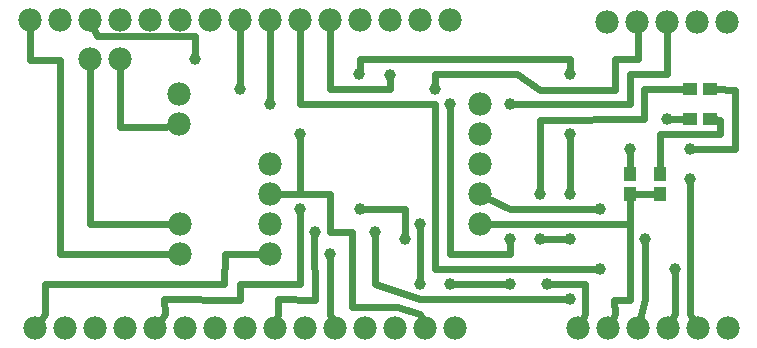
<source format=gtl>
G04 MADE WITH FRITZING*
G04 WWW.FRITZING.ORG*
G04 DOUBLE SIDED*
G04 HOLES PLATED*
G04 CONTOUR ON CENTER OF CONTOUR VECTOR*
%ASAXBY*%
%FSLAX23Y23*%
%MOIN*%
%OFA0B0*%
%SFA1.0B1.0*%
%ADD10C,0.039370*%
%ADD11C,0.078000*%
%ADD12R,0.047244X0.043307*%
%ADD13R,0.043307X0.047244*%
%ADD14C,0.024000*%
%LNCOPPER1*%
G90*
G70*
G54D10*
X1668Y826D03*
X1368Y426D03*
X2268Y676D03*
X1167Y927D03*
X2193Y776D03*
X2068Y676D03*
X1868Y926D03*
X1868Y526D03*
X1868Y726D03*
X1468Y826D03*
X1668Y376D03*
X1968Y476D03*
X868Y826D03*
X768Y876D03*
X1418Y876D03*
X1018Y401D03*
X1218Y401D03*
X1868Y176D03*
X1168Y476D03*
X1318Y376D03*
X1268Y925D03*
X968Y726D03*
X618Y976D03*
X2218Y276D03*
X1868Y376D03*
X1768Y376D03*
X1768Y526D03*
X1793Y226D03*
X2268Y577D03*
X1068Y326D03*
X1468Y226D03*
X1668Y226D03*
G54D11*
X1468Y1106D03*
X1368Y1106D03*
X1268Y1106D03*
X1168Y1106D03*
X1068Y1106D03*
X968Y1106D03*
X868Y1106D03*
X768Y1106D03*
X668Y1106D03*
X568Y1106D03*
X468Y1106D03*
X368Y1106D03*
X268Y1106D03*
X168Y1106D03*
X68Y1106D03*
X1486Y80D03*
X1386Y80D03*
X1286Y80D03*
X1186Y80D03*
X1086Y80D03*
X986Y80D03*
X886Y80D03*
X786Y80D03*
X686Y80D03*
X586Y80D03*
X486Y80D03*
X386Y80D03*
X286Y80D03*
X186Y80D03*
X86Y80D03*
X2395Y80D03*
X2295Y80D03*
X2195Y80D03*
X2095Y80D03*
X1995Y80D03*
X1895Y80D03*
X1568Y426D03*
X1568Y526D03*
X1568Y626D03*
X1568Y726D03*
X1568Y826D03*
X1568Y426D03*
X1568Y526D03*
X1568Y626D03*
X1568Y726D03*
X1568Y826D03*
X568Y326D03*
X568Y426D03*
X568Y326D03*
X568Y426D03*
X566Y760D03*
X566Y860D03*
X566Y760D03*
X566Y860D03*
X868Y326D03*
X868Y426D03*
X868Y526D03*
X868Y626D03*
X868Y326D03*
X868Y426D03*
X868Y526D03*
X868Y626D03*
X2393Y1101D03*
X2293Y1101D03*
X2193Y1101D03*
X2093Y1101D03*
X1993Y1101D03*
X368Y976D03*
X268Y976D03*
X368Y976D03*
X268Y976D03*
G54D10*
X1968Y276D03*
X2118Y376D03*
X1368Y226D03*
X968Y476D03*
G54D12*
X2268Y776D03*
X2335Y776D03*
X2268Y876D03*
X2335Y876D03*
G54D13*
X2068Y593D03*
X2068Y526D03*
X2168Y593D03*
X2168Y526D03*
G54D14*
X2069Y926D02*
X2193Y926D01*
D02*
X2193Y926D02*
X2193Y976D01*
D02*
X2068Y826D02*
X2069Y926D01*
D02*
X2193Y976D02*
X2193Y1082D01*
D02*
X1676Y826D02*
X2068Y826D01*
D02*
X1368Y234D02*
X1368Y419D01*
D02*
X68Y975D02*
X168Y975D01*
D02*
X2068Y508D02*
X2068Y426D01*
D02*
X168Y326D02*
X549Y326D01*
D02*
X168Y975D02*
X168Y326D01*
D02*
X68Y1087D02*
X68Y975D01*
D02*
X1868Y976D02*
X1868Y934D01*
D02*
X1168Y935D02*
X1169Y976D01*
D02*
X1169Y976D02*
X1868Y976D01*
D02*
X2117Y878D02*
X2117Y777D01*
D02*
X2117Y777D02*
X1768Y775D01*
D02*
X1768Y775D02*
X1768Y534D01*
D02*
X2250Y877D02*
X2117Y878D01*
D02*
X2068Y611D02*
X2068Y669D01*
D02*
X2201Y776D02*
X2250Y776D01*
D02*
X1587Y426D02*
X2068Y426D01*
D02*
X717Y226D02*
X568Y226D01*
D02*
X268Y227D02*
X120Y226D01*
D02*
X568Y226D02*
X268Y227D01*
D02*
X720Y326D02*
X717Y226D01*
D02*
X120Y126D02*
X97Y95D01*
D02*
X120Y226D02*
X120Y126D01*
D02*
X849Y326D02*
X720Y326D01*
D02*
X1292Y151D02*
X1368Y126D01*
D02*
X1368Y126D02*
X1379Y97D01*
D02*
X1068Y401D02*
X1143Y401D01*
D02*
X1143Y401D02*
X1143Y151D01*
D02*
X1143Y151D02*
X1292Y151D01*
D02*
X969Y527D02*
X1068Y527D01*
D02*
X1068Y527D02*
X1068Y401D01*
D02*
X2118Y277D02*
X2119Y177D01*
D02*
X2119Y177D02*
X2100Y98D01*
D02*
X2118Y369D02*
X2118Y277D01*
D02*
X1868Y719D02*
X1868Y534D01*
D02*
X1469Y327D02*
X1468Y576D01*
D02*
X1518Y326D02*
X1469Y327D01*
D02*
X1468Y576D02*
X1468Y819D01*
D02*
X1668Y327D02*
X1568Y326D01*
D02*
X1568Y326D02*
X1518Y326D01*
D02*
X1668Y369D02*
X1668Y327D01*
D02*
X268Y878D02*
X268Y957D01*
D02*
X268Y426D02*
X268Y878D01*
D02*
X549Y426D02*
X268Y426D01*
D02*
X1961Y476D02*
X1668Y476D01*
D02*
X1668Y476D02*
X1585Y518D01*
D02*
X868Y1087D02*
X868Y834D01*
D02*
X768Y976D02*
X768Y1087D01*
D02*
X768Y884D02*
X768Y976D01*
D02*
X2020Y875D02*
X1768Y875D01*
D02*
X2095Y976D02*
X2019Y976D01*
D02*
X2019Y976D02*
X2020Y875D01*
D02*
X2094Y1082D02*
X2095Y1027D01*
D02*
X2095Y1027D02*
X2095Y976D01*
D02*
X1620Y926D02*
X1418Y926D01*
D02*
X1418Y926D02*
X1418Y884D01*
D02*
X1768Y875D02*
X1693Y926D01*
D02*
X1693Y926D02*
X1620Y926D01*
D02*
X2418Y676D02*
X2276Y676D01*
D02*
X2420Y875D02*
X2418Y676D01*
D02*
X2353Y876D02*
X2420Y875D01*
D02*
X369Y751D02*
X368Y957D01*
D02*
X518Y751D02*
X369Y751D01*
D02*
X547Y757D02*
X518Y751D01*
D02*
X1068Y876D02*
X1269Y878D01*
D02*
X1269Y878D02*
X1268Y918D01*
D02*
X1318Y476D02*
X1176Y476D01*
D02*
X1318Y384D02*
X1318Y476D01*
D02*
X1068Y1087D02*
X1068Y876D01*
D02*
X969Y527D02*
X968Y719D01*
D02*
X887Y527D02*
X969Y527D01*
D02*
X2218Y126D02*
X2218Y269D01*
D02*
X2203Y97D02*
X2218Y126D01*
D02*
X2019Y126D02*
X2017Y175D01*
D02*
X2068Y175D02*
X2068Y426D01*
D02*
X2017Y175D02*
X2068Y175D01*
D02*
X2004Y97D02*
X2019Y126D01*
D02*
X1918Y226D02*
X1801Y226D01*
D02*
X1918Y126D02*
X1918Y226D01*
D02*
X1904Y97D02*
X1918Y126D01*
D02*
X968Y426D02*
X968Y469D01*
D02*
X968Y226D02*
X968Y426D01*
D02*
X768Y226D02*
X968Y226D01*
D02*
X768Y175D02*
X768Y226D01*
D02*
X517Y178D02*
X768Y175D01*
D02*
X518Y126D02*
X517Y178D01*
D02*
X497Y95D02*
X518Y126D01*
D02*
X1468Y176D02*
X1668Y176D01*
D02*
X1668Y176D02*
X1861Y176D01*
D02*
X1368Y176D02*
X1468Y176D01*
D02*
X1219Y227D02*
X1368Y176D01*
D02*
X1218Y394D02*
X1219Y227D01*
D02*
X1017Y376D02*
X1018Y394D01*
D02*
X1020Y175D02*
X1017Y376D01*
D02*
X1068Y126D02*
X1068Y319D01*
D02*
X1079Y98D02*
X1068Y126D01*
D02*
X894Y176D02*
X1020Y175D01*
D02*
X894Y126D02*
X894Y176D01*
D02*
X889Y99D02*
X894Y126D01*
D02*
X618Y1052D02*
X618Y984D01*
D02*
X470Y1052D02*
X618Y1052D01*
D02*
X1776Y376D02*
X1861Y376D01*
D02*
X2368Y775D02*
X2353Y776D01*
D02*
X2368Y726D02*
X2368Y775D01*
D02*
X2168Y726D02*
X2368Y726D01*
D02*
X2168Y611D02*
X2168Y726D01*
D02*
X2085Y526D02*
X2152Y526D01*
D02*
X1661Y226D02*
X1476Y226D01*
D02*
X2269Y126D02*
X2268Y569D01*
D02*
X2286Y96D02*
X2269Y126D01*
D02*
X1668Y277D02*
X1961Y276D01*
D02*
X1118Y827D02*
X1418Y827D01*
D02*
X1418Y827D02*
X1418Y576D01*
D02*
X1418Y277D02*
X1518Y276D01*
D02*
X1418Y576D02*
X1418Y277D01*
D02*
X1518Y276D02*
X1668Y277D01*
D02*
X969Y827D02*
X1118Y827D01*
D02*
X968Y1087D02*
X969Y827D01*
D02*
X470Y1052D02*
X293Y1052D01*
D02*
X293Y1052D02*
X276Y1089D01*
G04 End of Copper1*
M02*
</source>
